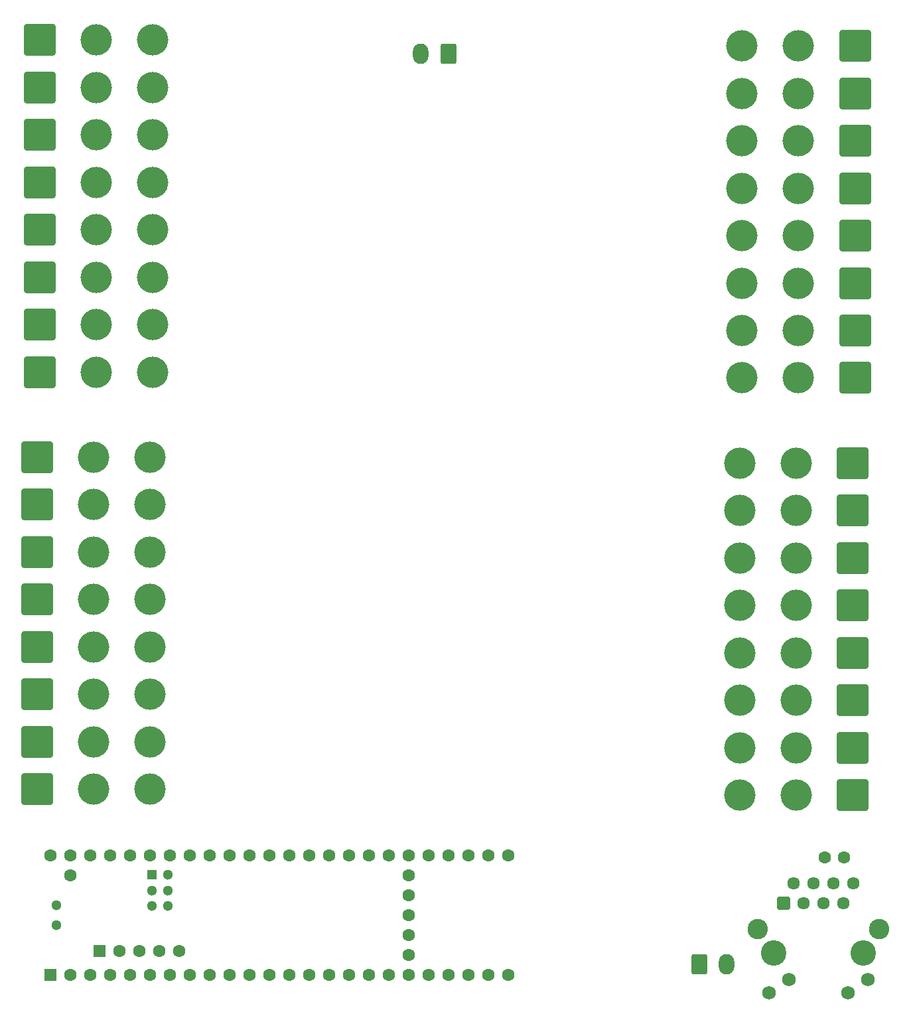
<source format=gbr>
%TF.GenerationSoftware,KiCad,Pcbnew,7.0.10*%
%TF.CreationDate,2024-02-22T16:17:49+01:00*%
%TF.ProjectId,PCB,5043422e-6b69-4636-9164-5f7063625858,rev?*%
%TF.SameCoordinates,Original*%
%TF.FileFunction,Soldermask,Bot*%
%TF.FilePolarity,Negative*%
%FSLAX46Y46*%
G04 Gerber Fmt 4.6, Leading zero omitted, Abs format (unit mm)*
G04 Created by KiCad (PCBNEW 7.0.10) date 2024-02-22 16:17:49*
%MOMM*%
%LPD*%
G01*
G04 APERTURE LIST*
G04 Aperture macros list*
%AMRoundRect*
0 Rectangle with rounded corners*
0 $1 Rounding radius*
0 $2 $3 $4 $5 $6 $7 $8 $9 X,Y pos of 4 corners*
0 Add a 4 corners polygon primitive as box body*
4,1,4,$2,$3,$4,$5,$6,$7,$8,$9,$2,$3,0*
0 Add four circle primitives for the rounded corners*
1,1,$1+$1,$2,$3*
1,1,$1+$1,$4,$5*
1,1,$1+$1,$6,$7*
1,1,$1+$1,$8,$9*
0 Add four rect primitives between the rounded corners*
20,1,$1+$1,$2,$3,$4,$5,0*
20,1,$1+$1,$4,$5,$6,$7,0*
20,1,$1+$1,$6,$7,$8,$9,0*
20,1,$1+$1,$8,$9,$2,$3,0*%
G04 Aperture macros list end*
%ADD10RoundRect,0.250000X1.750000X1.750000X-1.750000X1.750000X-1.750000X-1.750000X1.750000X-1.750000X0*%
%ADD11C,4.000000*%
%ADD12RoundRect,0.250000X-0.750000X-1.050000X0.750000X-1.050000X0.750000X1.050000X-0.750000X1.050000X0*%
%ADD13O,2.000000X2.600000*%
%ADD14RoundRect,0.250000X-1.750000X-1.750000X1.750000X-1.750000X1.750000X1.750000X-1.750000X1.750000X0*%
%ADD15C,1.600000*%
%ADD16RoundRect,0.250000X0.750000X1.050000X-0.750000X1.050000X-0.750000X-1.050000X0.750000X-1.050000X0*%
%ADD17C,3.250000*%
%ADD18RoundRect,0.102000X-0.704000X-0.704000X0.704000X-0.704000X0.704000X0.704000X-0.704000X0.704000X0*%
%ADD19C,1.612000*%
%ADD20C,1.734000*%
%ADD21C,2.604000*%
%ADD22R,1.600000X1.600000*%
%ADD23R,1.300000X1.300000*%
%ADD24C,1.300000*%
G04 APERTURE END LIST*
D10*
%TO.C,J9*%
X121021000Y-76690900D03*
D11*
X113821000Y-76690900D03*
X106621000Y-76690900D03*
%TD*%
D12*
%TO.C,+5V1*%
X101478000Y-140630000D03*
D13*
X104978000Y-140630000D03*
%TD*%
D14*
%TO.C,J29*%
X17340500Y-40882100D03*
D11*
X24540500Y-40882100D03*
X31740500Y-40882100D03*
%TD*%
D15*
%TO.C,C1*%
X117459000Y-127000000D03*
X119959000Y-127000000D03*
%TD*%
D10*
%TO.C,J7*%
X121343500Y-59775500D03*
D11*
X114143500Y-59775500D03*
X106943500Y-59775500D03*
%TD*%
D14*
%TO.C,J18*%
X17018000Y-112247500D03*
D11*
X24218000Y-112247500D03*
X31418000Y-112247500D03*
%TD*%
D14*
%TO.C,J31*%
X17340500Y-28782100D03*
D11*
X24540500Y-28782100D03*
X31740500Y-28782100D03*
%TD*%
D10*
%TO.C,J3*%
X121343500Y-35575500D03*
D11*
X114143500Y-35575500D03*
X106943500Y-35575500D03*
%TD*%
D10*
%TO.C,J5*%
X121343500Y-47675500D03*
D11*
X114143500Y-47675500D03*
X106943500Y-47675500D03*
%TD*%
D14*
%TO.C,J19*%
X17018000Y-106197500D03*
D11*
X24218000Y-106197500D03*
X31418000Y-106197500D03*
%TD*%
D10*
%TO.C,J10*%
X121021000Y-82740900D03*
D11*
X113821000Y-82740900D03*
X106621000Y-82740900D03*
%TD*%
D16*
%TO.C,LED_PWR_IN1*%
X69464000Y-24470000D03*
D13*
X65964000Y-24470000D03*
%TD*%
D10*
%TO.C,J2*%
X121343500Y-29525500D03*
D11*
X114143500Y-29525500D03*
X106943500Y-29525500D03*
%TD*%
D14*
%TO.C,J20*%
X17018000Y-100147500D03*
D11*
X24218000Y-100147500D03*
X31418000Y-100147500D03*
%TD*%
D10*
%TO.C,J4*%
X121343500Y-41625500D03*
D11*
X114143500Y-41625500D03*
X106943500Y-41625500D03*
%TD*%
D10*
%TO.C,J6*%
X121343500Y-53725500D03*
D11*
X114143500Y-53725500D03*
X106943500Y-53725500D03*
%TD*%
D10*
%TO.C,J13*%
X121021000Y-100890900D03*
D11*
X113821000Y-100890900D03*
X106621000Y-100890900D03*
%TD*%
D10*
%TO.C,J14*%
X121021000Y-106940900D03*
D11*
X113821000Y-106940900D03*
X106621000Y-106940900D03*
%TD*%
D14*
%TO.C,J24*%
X17018000Y-75947500D03*
D11*
X24218000Y-75947500D03*
X31418000Y-75947500D03*
%TD*%
D17*
%TO.C,P1*%
X110995000Y-139194000D03*
X122425000Y-139194000D03*
D18*
X112265000Y-132844000D03*
D19*
X113535000Y-130304000D03*
X114805000Y-132844000D03*
X116075000Y-130304000D03*
X117345000Y-132844000D03*
X118615000Y-130304000D03*
X119885000Y-132844000D03*
X121155000Y-130304000D03*
D20*
X110385000Y-144274000D03*
X112952000Y-142574000D03*
X120468000Y-144274000D03*
X123035000Y-142574000D03*
D21*
X108960000Y-136144000D03*
X124460000Y-136144000D03*
%TD*%
D10*
%TO.C,J1*%
X121343500Y-23475500D03*
D11*
X114143500Y-23475500D03*
X106943500Y-23475500D03*
%TD*%
D14*
%TO.C,J22*%
X17018000Y-88047500D03*
D11*
X24218000Y-88047500D03*
X31418000Y-88047500D03*
%TD*%
D14*
%TO.C,J21*%
X17018000Y-94097500D03*
D11*
X24218000Y-94097500D03*
X31418000Y-94097500D03*
%TD*%
D14*
%TO.C,J26*%
X17340500Y-59032100D03*
D11*
X24540500Y-59032100D03*
X31740500Y-59032100D03*
%TD*%
D10*
%TO.C,J8*%
X121343500Y-65825500D03*
D11*
X114143500Y-65825500D03*
X106943500Y-65825500D03*
%TD*%
D10*
%TO.C,J12*%
X121021000Y-94840900D03*
D11*
X113821000Y-94840900D03*
X106621000Y-94840900D03*
%TD*%
D14*
%TO.C,J25*%
X17340500Y-65082100D03*
D11*
X24540500Y-65082100D03*
X31740500Y-65082100D03*
%TD*%
D14*
%TO.C,J27*%
X17340500Y-52982100D03*
D11*
X24540500Y-52982100D03*
X31740500Y-52982100D03*
%TD*%
D14*
%TO.C,J17*%
X17018000Y-118297500D03*
D11*
X24218000Y-118297500D03*
X31418000Y-118297500D03*
%TD*%
D14*
%TO.C,J23*%
X17018000Y-81997500D03*
D11*
X24218000Y-81997500D03*
X31418000Y-81997500D03*
%TD*%
D22*
%TO.C,U1*%
X18690000Y-142020000D03*
D15*
X21230000Y-142020000D03*
X23770000Y-142020000D03*
X26310000Y-142020000D03*
X28850000Y-142020000D03*
X31390000Y-142020000D03*
X33930000Y-142020000D03*
X36470000Y-142020000D03*
X39010000Y-142020000D03*
X41550000Y-142020000D03*
X44090000Y-142020000D03*
X46630000Y-142020000D03*
X49170000Y-142020000D03*
X51710000Y-142020000D03*
X54250000Y-142020000D03*
X56790000Y-142020000D03*
X59330000Y-142020000D03*
X61870000Y-142020000D03*
X64410000Y-142020000D03*
X66950000Y-142020000D03*
X69490000Y-142020000D03*
X72030000Y-142020000D03*
X74570000Y-142020000D03*
X77110000Y-142020000D03*
X77110000Y-126780000D03*
X74570000Y-126780000D03*
X72030000Y-126780000D03*
X69490000Y-126780000D03*
X66950000Y-126780000D03*
X64410000Y-126780000D03*
X61870000Y-126780000D03*
X59330000Y-126780000D03*
X56790000Y-126780000D03*
X54250000Y-126780000D03*
X51710000Y-126780000D03*
X49170000Y-126780000D03*
X46630000Y-126780000D03*
X44090000Y-126780000D03*
X41550000Y-126780000D03*
X39010000Y-126780000D03*
X36470000Y-126780000D03*
X33930000Y-126780000D03*
X31390000Y-126780000D03*
X28850000Y-126780000D03*
X26310000Y-126780000D03*
X23770000Y-126780000D03*
X21230000Y-126780000D03*
X18690000Y-126780000D03*
X21230000Y-129320000D03*
X64410000Y-139480000D03*
X64410000Y-136940000D03*
X64410000Y-134400000D03*
X64410000Y-131860000D03*
X64410000Y-129320000D03*
D22*
X24989200Y-138969200D03*
D15*
X27529200Y-138969200D03*
X30069200Y-138969200D03*
X32609200Y-138969200D03*
X35149200Y-138969200D03*
D23*
X31660000Y-129218400D03*
D24*
X31660000Y-131218400D03*
X31660000Y-133218400D03*
X33660000Y-133218400D03*
X33660000Y-131218400D03*
X33660000Y-129218400D03*
X19420000Y-133130000D03*
X19420000Y-135670000D03*
%TD*%
D10*
%TO.C,J15*%
X121021000Y-112990900D03*
D11*
X113821000Y-112990900D03*
X106621000Y-112990900D03*
%TD*%
D14*
%TO.C,J32*%
X17340500Y-22732100D03*
D11*
X24540500Y-22732100D03*
X31740500Y-22732100D03*
%TD*%
D10*
%TO.C,J16*%
X121021000Y-119040900D03*
D11*
X113821000Y-119040900D03*
X106621000Y-119040900D03*
%TD*%
D14*
%TO.C,J30*%
X17340500Y-34832100D03*
D11*
X24540500Y-34832100D03*
X31740500Y-34832100D03*
%TD*%
D10*
%TO.C,J11*%
X121021000Y-88790900D03*
D11*
X113821000Y-88790900D03*
X106621000Y-88790900D03*
%TD*%
D14*
%TO.C,J28*%
X17340500Y-46932100D03*
D11*
X24540500Y-46932100D03*
X31740500Y-46932100D03*
%TD*%
M02*

</source>
